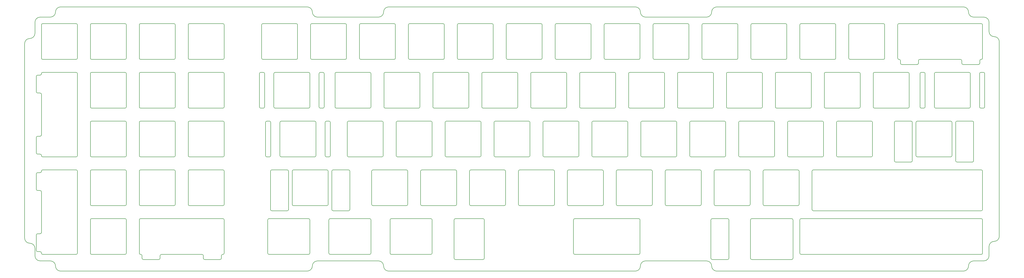
<source format=gm1>
G04 #@! TF.GenerationSoftware,KiCad,Pcbnew,(5.1.4)-1*
G04 #@! TF.CreationDate,2020-10-24T23:40:05-04:00*
G04 #@! TF.ProjectId,daughterboard plate,64617567-6874-4657-9262-6f6172642070,rev?*
G04 #@! TF.SameCoordinates,Original*
G04 #@! TF.FileFunction,Profile,NP*
%FSLAX46Y46*%
G04 Gerber Fmt 4.6, Leading zero omitted, Abs format (unit mm)*
G04 Created by KiCad (PCBNEW (5.1.4)-1) date 2020-10-24 23:40:05*
%MOMM*%
%LPD*%
G04 APERTURE LIST*
%ADD10C,0.200000*%
G04 APERTURE END LIST*
D10*
X118531251Y-96693750D02*
X131531251Y-96693750D01*
X232831252Y-96693749D02*
G75*
G02X232331251Y-96193750I-1J500000D01*
G01*
X49637501Y-82693749D02*
X48637501Y-82693750D01*
X71337501Y-83193750D02*
G75*
G02X71837501Y-82693750I500000J0D01*
G01*
X170131251Y-96193750D02*
X170131251Y-83193750D01*
X169631251Y-82693750D02*
X156631251Y-82693750D01*
X99481251Y-96693750D02*
G75*
G02X98981251Y-96193750I0J500000D01*
G01*
X48637501Y-96693750D02*
X49637501Y-96693750D01*
X246331251Y-96193750D02*
X246331251Y-83193750D01*
X72837501Y-82693750D02*
G75*
G02X73337501Y-83193750I0J-500000D01*
G01*
X99481251Y-96693750D02*
X112481251Y-96693750D01*
X98981251Y-83193750D02*
G75*
G02X99481251Y-82693750I500000J0D01*
G01*
X284431250Y-96193750D02*
X284431250Y-83193750D01*
X72837501Y-82693750D02*
X71837501Y-82693750D01*
X118531251Y-96693750D02*
G75*
G02X118031251Y-96193750I0J500000D01*
G01*
X118031251Y-83193750D02*
X118031251Y-96193750D01*
X150581251Y-82693749D02*
X137581251Y-82693750D01*
X156131251Y-83193750D02*
X156131251Y-96193750D01*
X49637500Y-82693749D02*
G75*
G02X50137501Y-83193750I0J-500001D01*
G01*
X48137500Y-83193749D02*
G75*
G02X48637501Y-82693750I500000J-1D01*
G01*
X283931251Y-82693750D02*
X270931251Y-82693750D01*
X131531251Y-82693749D02*
X118531251Y-82693750D01*
X98981251Y-83193750D02*
X98981251Y-96193750D01*
X71837502Y-96693749D02*
G75*
G02X71337501Y-96193750I-1J500000D01*
G01*
X169631252Y-82693749D02*
G75*
G02X170131251Y-83193750I-1J-500000D01*
G01*
X245831251Y-82693749D02*
X232831251Y-82693750D01*
X170131252Y-96193749D02*
G75*
G02X169631251Y-96693750I-500001J0D01*
G01*
X112981252Y-96193749D02*
G75*
G02X112481251Y-96693750I-500001J0D01*
G01*
X50137501Y-96193750D02*
X50137501Y-83193750D01*
X156631251Y-96693750D02*
X169631251Y-96693750D01*
X156131251Y-83193750D02*
G75*
G02X156631251Y-82693750I500000J0D01*
G01*
X270431251Y-83193750D02*
G75*
G02X270931251Y-82693750I500000J0D01*
G01*
X112481251Y-82693750D02*
X99481251Y-82693750D01*
X73337501Y-96193750D02*
X73337501Y-83193750D01*
X132031251Y-96193748D02*
G75*
G02X131531251Y-96693750I-500001J-1D01*
G01*
X232831251Y-96693750D02*
X245831251Y-96693750D01*
X245831252Y-82693749D02*
G75*
G02X246331251Y-83193750I-1J-500000D01*
G01*
X246331251Y-96193748D02*
G75*
G02X245831251Y-96693750I-500001J-1D01*
G01*
X232331251Y-83193750D02*
G75*
G02X232831251Y-82693750I500000J0D01*
G01*
X283931250Y-82693750D02*
G75*
G02X284431250Y-83193750I0J-500000D01*
G01*
X270931251Y-96693750D02*
X283931251Y-96693750D01*
X270431251Y-83193750D02*
X270431251Y-96193750D01*
X232331251Y-83193750D02*
X232331251Y-96193750D01*
X156631250Y-96693749D02*
G75*
G02X156131251Y-96193750I0J499999D01*
G01*
X112481251Y-82693750D02*
G75*
G02X112981251Y-83193750I0J-500000D01*
G01*
X284431251Y-96193750D02*
G75*
G02X283931251Y-96693750I-500000J0D01*
G01*
X112981251Y-96193750D02*
X112981251Y-83193750D01*
X50137501Y-96193750D02*
G75*
G02X49637501Y-96693750I-500000J0D01*
G01*
X48637502Y-96693750D02*
G75*
G02X48137500Y-96193750I-1J500001D01*
G01*
X48137500Y-83193750D02*
X48137500Y-96193750D01*
X73337501Y-96193750D02*
G75*
G02X72837501Y-96693750I-500000J0D01*
G01*
X71837501Y-96693750D02*
X72837501Y-96693750D01*
X71337501Y-83193750D02*
X71337501Y-96193750D01*
X131531252Y-82693749D02*
G75*
G02X132031251Y-83193750I-1J-500000D01*
G01*
X132031251Y-96193750D02*
X132031251Y-83193750D01*
X118031251Y-83193750D02*
G75*
G02X118531251Y-82693750I500000J0D01*
G01*
X270931251Y-96693750D02*
G75*
G02X270431251Y-96193750I0J500000D01*
G01*
X32018751Y-115243750D02*
X32018751Y-102243750D01*
X141556251Y-115243748D02*
G75*
G02X141056251Y-115743750I-500001J-1D01*
G01*
X160606251Y-115243750D02*
X160606251Y-102243750D01*
X147106251Y-115743750D02*
X160106251Y-115743750D01*
X227281251Y-96193748D02*
G75*
G02X226781251Y-96693750I-500001J-1D01*
G01*
X213281251Y-83193750D02*
G75*
G02X213781251Y-82693750I500000J0D01*
G01*
X213781251Y-96693750D02*
X226781251Y-96693750D01*
X213781251Y-96693750D02*
G75*
G02X213281251Y-96193750I0J500000D01*
G01*
X251381251Y-83193750D02*
X251381251Y-96193750D01*
X189181252Y-96193749D02*
G75*
G02X188681251Y-96693750I-500001J0D01*
G01*
X207731252Y-82693749D02*
G75*
G02X208231251Y-83193750I-1J-500000D01*
G01*
X226781251Y-82693750D02*
X213781251Y-82693750D01*
X175681251Y-96693750D02*
X188681251Y-96693750D01*
X226781252Y-82693749D02*
G75*
G02X227281251Y-83193750I-1J-500000D01*
G01*
X175181251Y-83193750D02*
X175181251Y-96193750D01*
X188681251Y-82693749D02*
X175681251Y-82693750D01*
X207731251Y-82693750D02*
X194731251Y-82693750D01*
X122506251Y-115243750D02*
X122506251Y-102243750D01*
X147106250Y-115743749D02*
G75*
G02X146606251Y-115243750I0J499999D01*
G01*
X146606251Y-102243750D02*
X146606251Y-115243750D01*
X227281251Y-96193750D02*
X227281251Y-83193750D01*
X175181251Y-83193750D02*
G75*
G02X175681251Y-82693750I500000J0D01*
G01*
X18518751Y-115743750D02*
G75*
G02X18018751Y-115243750I0J500000D01*
G01*
X18018751Y-102243750D02*
X18018751Y-115243750D01*
X18018751Y-102243748D02*
G75*
G02X18518751Y-101743750I499999J-1D01*
G01*
X160106251Y-101743750D02*
X147106251Y-101743750D01*
X141056251Y-101743750D02*
X128056251Y-101743750D01*
X194231251Y-83193750D02*
X194231251Y-96193750D01*
X251381251Y-83193750D02*
G75*
G02X251881251Y-82693750I500000J0D01*
G01*
X141556251Y-115243750D02*
X141556251Y-102243750D01*
X264881252Y-82693749D02*
G75*
G02X265381251Y-83193750I-1J-500000D01*
G01*
X265381251Y-96193750D02*
X265381251Y-83193750D01*
X18518751Y-115743750D02*
X31518751Y-115743750D01*
X31518751Y-101743750D02*
X18518751Y-101743750D01*
X31518751Y-101743750D02*
G75*
G02X32018751Y-102243750I0J-500000D01*
G01*
X122006251Y-101743750D02*
X109006251Y-101743750D01*
X127556251Y-102243750D02*
X127556251Y-115243750D01*
X109006251Y-115743750D02*
X122006251Y-115743750D01*
X213281251Y-83193750D02*
X213281251Y-96193750D01*
X265381251Y-96193748D02*
G75*
G02X264881251Y-96693750I-500001J-1D01*
G01*
X251881251Y-96693750D02*
G75*
G02X251381251Y-96193750I0J500000D01*
G01*
X189181251Y-96193750D02*
X189181251Y-83193750D01*
X194731251Y-96693750D02*
X207731251Y-96693750D01*
X194731251Y-96693750D02*
G75*
G02X194231251Y-96193750I0J500000D01*
G01*
X264881251Y-82693749D02*
X251881251Y-82693750D01*
X194231251Y-83193750D02*
G75*
G02X194731251Y-82693750I500000J0D01*
G01*
X175681250Y-96693749D02*
G75*
G02X175181251Y-96193750I0J499999D01*
G01*
X160106252Y-101743749D02*
G75*
G02X160606251Y-102243750I-1J-500000D01*
G01*
X122506251Y-115243748D02*
G75*
G02X122006251Y-115743750I-500001J-1D01*
G01*
X160606251Y-115243748D02*
G75*
G02X160106251Y-115743750I-500001J-1D01*
G01*
X109006251Y-115743750D02*
G75*
G02X108506251Y-115243750I0J500000D01*
G01*
X128056251Y-115743750D02*
X141056251Y-115743750D01*
X188681252Y-82693749D02*
G75*
G02X189181251Y-83193750I-1J-500000D01*
G01*
X208231251Y-96193750D02*
X208231251Y-83193750D01*
X141056252Y-101743749D02*
G75*
G02X141556251Y-102243750I-1J-500000D01*
G01*
X208231251Y-96193748D02*
G75*
G02X207731251Y-96693750I-500001J-1D01*
G01*
X122006252Y-101743749D02*
G75*
G02X122506251Y-102243750I-1J-500000D01*
G01*
X108506252Y-102243749D02*
G75*
G02X109006251Y-101743750I499999J0D01*
G01*
X251881251Y-96693750D02*
X264881251Y-96693750D01*
X32018751Y-115243750D02*
G75*
G02X31518751Y-115743750I-500000J0D01*
G01*
X108506251Y-102243750D02*
X108506251Y-115243750D01*
X127556251Y-102243750D02*
G75*
G02X128056251Y-101743750I500000J0D01*
G01*
X128056250Y-115743749D02*
G75*
G02X127556251Y-115243750I0J499999D01*
G01*
X146606251Y-102243750D02*
G75*
G02X147106251Y-101743750I500000J0D01*
G01*
X179156251Y-101743750D02*
X166156251Y-101743750D01*
X327293750Y-134293750D02*
X327293750Y-121293750D01*
X-39631249Y-109830750D02*
G75*
G02X-39131249Y-110330750I0J-500000D01*
G01*
X7055751Y-136293750D02*
X7055751Y-135293750D01*
X-6581249Y-120793750D02*
G75*
G02X-6081249Y-121293750I0J-500000D01*
G01*
X-25131249Y-134293750D02*
X-25131249Y-102243750D01*
X256143751Y-121293750D02*
G75*
G02X256643751Y-120793750I500000J0D01*
G01*
X326793751Y-120793750D02*
X256643751Y-120793750D01*
X-40631249Y-133706750D02*
X-39631250Y-133706749D01*
X-39131249Y-110330750D02*
X-39131250Y-126206749D01*
X-19581249Y-120793750D02*
X-6581249Y-120793750D01*
X7055751Y-136293750D02*
G75*
G02X6555751Y-136793750I-500000J0D01*
G01*
X-40631249Y-133706750D02*
G75*
G02X-41131250Y-133206749I0J500001D01*
G01*
X-38631249Y-134793750D02*
X-25631250Y-134793750D01*
X-41131250Y-127206750D02*
G75*
G02X-40631249Y-126706749I500001J0D01*
G01*
X-20081250Y-121293749D02*
G75*
G02X-19581249Y-120793750I500000J-1D01*
G01*
X-39131250Y-126206749D02*
G75*
G02X-39631250Y-126706749I-500000J0D01*
G01*
X7555751Y-134793750D02*
X23431751Y-134793750D01*
X23931751Y-135293750D02*
X23931751Y-136293750D01*
X24431751Y-136793750D02*
G75*
G02X23931751Y-136293750I0J500000D01*
G01*
X-6581249Y-134793750D02*
X-19581249Y-134793750D01*
X555751Y-136793750D02*
G75*
G02X55751Y-136293750I0J500000D01*
G01*
X-25131250Y-134293750D02*
G75*
G02X-25631250Y-134793750I-500000J0D01*
G01*
X-38631250Y-134793749D02*
G75*
G02X-39131249Y-134293750I0J499999D01*
G01*
X-39631250Y-126706749D02*
X-40631249Y-126706749D01*
X-20081249Y-134293750D02*
X-20081250Y-121293750D01*
X-19581249Y-134793750D02*
G75*
G02X-20081249Y-134293750I0J500000D01*
G01*
X23431750Y-134793749D02*
G75*
G02X23931751Y-135293750I0J-500001D01*
G01*
X30931751Y-136293750D02*
G75*
G02X30431751Y-136793750I-500000J0D01*
G01*
X24431751Y-136793750D02*
X30431751Y-136793750D01*
X-41131250Y-103330749D02*
G75*
G02X-40631249Y-102830750I500000J-1D01*
G01*
X-6081250Y-134293749D02*
G75*
G02X-6581249Y-134793750I-500000J-1D01*
G01*
X555751Y-136793750D02*
X6555751Y-136793750D01*
X-531249Y-134793750D02*
G75*
G02X-1031249Y-134293750I0J500000D01*
G01*
X-39131249Y-102330751D02*
G75*
G02X-39631250Y-102830750I-500000J1D01*
G01*
X-531249Y-134793750D02*
X-444249Y-134793750D01*
X165656251Y-102243750D02*
G75*
G02X166156251Y-101743750I500000J0D01*
G01*
X326793750Y-120793750D02*
G75*
G02X327293750Y-121293750I0J-500000D01*
G01*
X-39131250Y-102243749D02*
G75*
G02X-38631249Y-101743750I500000J-1D01*
G01*
X-25631250Y-101743750D02*
X-38631249Y-101743750D01*
X-25631249Y-101743750D02*
G75*
G02X-25131249Y-102243750I0J-500000D01*
G01*
X-39631249Y-133706749D02*
G75*
G02X-39131249Y-134206749I0J-500000D01*
G01*
X-40631250Y-109830749D02*
G75*
G02X-41131249Y-109330750I0J499999D01*
G01*
X-41131249Y-103330750D02*
X-41131249Y-109330750D01*
X-39631250Y-102830750D02*
X-40631249Y-102830750D01*
X55751Y-135293750D02*
X55751Y-136293750D01*
X256143751Y-121293750D02*
X256143751Y-134293750D01*
X256643751Y-134793750D02*
X326793751Y-134793750D01*
X165656251Y-102243750D02*
X165656251Y-115243750D01*
X327293750Y-134293749D02*
G75*
G02X326793751Y-134793750I-500000J-1D01*
G01*
X-39131249Y-102243750D02*
X-39131249Y-102330750D01*
X-41131250Y-127206750D02*
X-41131250Y-133206749D01*
X30931751Y-136293750D02*
X30931751Y-135293750D01*
X-6081249Y-121293750D02*
X-6081249Y-134293750D01*
X179156252Y-101743749D02*
G75*
G02X179656251Y-102243750I-1J-500000D01*
G01*
X179656251Y-115243750D02*
X179656251Y-102243750D01*
X7055751Y-135293750D02*
G75*
G02X7555751Y-134793750I500000J0D01*
G01*
X179656251Y-115243748D02*
G75*
G02X179156251Y-115743750I-500001J-1D01*
G01*
X166156251Y-115743750D02*
X179156251Y-115743750D01*
X-444249Y-134793750D02*
G75*
G02X55751Y-135293750I0J-500000D01*
G01*
X-40631249Y-109830750D02*
X-39631250Y-109830750D01*
X166156250Y-115743749D02*
G75*
G02X165656251Y-115243750I0J499999D01*
G01*
X256643751Y-134793750D02*
G75*
G02X256143751Y-134293750I0J500000D01*
G01*
X-39131249Y-134206749D02*
X-39131249Y-134293750D01*
X-20081249Y-45093750D02*
X-20081249Y-58093749D01*
X-1031249Y-45093750D02*
G75*
G02X-531249Y-44593750I500000J0D01*
G01*
X-20081248Y-45093749D02*
G75*
G02X-19581249Y-44593750I499999J0D01*
G01*
X-531249Y-115743750D02*
X12468751Y-115743750D01*
X-1031249Y-64143750D02*
G75*
G02X-531249Y-63643750I500000J0D01*
G01*
X12468751Y-101743750D02*
G75*
G02X12968751Y-102243750I0J-500000D01*
G01*
X-25131250Y-96193750D02*
X-25131249Y-64143750D01*
X-38631250Y-96693749D02*
G75*
G02X-39131249Y-96193750I0J499999D01*
G01*
X-6081249Y-58093749D02*
X-6081249Y-45093750D01*
X12468751Y-82693750D02*
G75*
G02X12968751Y-83193750I0J-500000D01*
G01*
X-40631249Y-95606750D02*
X-39631250Y-95606749D01*
X12468751Y-82693750D02*
X-531249Y-82693750D01*
X-1031249Y-102243750D02*
G75*
G02X-531249Y-101743750I500000J0D01*
G01*
X12468751Y-101743750D02*
X-531249Y-101743750D01*
X-38631249Y-96693750D02*
X-25631250Y-96693750D01*
X-6581249Y-63643750D02*
G75*
G02X-6081249Y-64143750I0J-500000D01*
G01*
X-6081249Y-77143750D02*
X-6081249Y-64143750D01*
X12968751Y-96193750D02*
G75*
G02X12468751Y-96693750I-500000J0D01*
G01*
X-6081249Y-77143750D02*
G75*
G02X-6581249Y-77643750I-500000J0D01*
G01*
X-1031249Y-45093750D02*
X-1031249Y-58093749D01*
X-531249Y-77643750D02*
X12468751Y-77643750D01*
X12968751Y-115243750D02*
G75*
G02X12468751Y-115743750I-500000J0D01*
G01*
X12968751Y-96193750D02*
X12968751Y-83193750D01*
X-1031249Y-83193750D02*
G75*
G02X-531249Y-82693750I500000J0D01*
G01*
X-39131249Y-96106750D02*
X-39131249Y-96193750D01*
X-1031249Y-102243750D02*
X-1031249Y-115243750D01*
X-39131249Y-64143750D02*
X-39131249Y-64230750D01*
X-19581249Y-77643750D02*
X-6581249Y-77643750D01*
X-19581249Y-58593750D02*
X-6581249Y-58593750D01*
X-531249Y-58593749D02*
X12468751Y-58593750D01*
X12968751Y-77143750D02*
X12968751Y-64143750D01*
X-25631250Y-63643749D02*
X-38631249Y-63643750D01*
X-1031249Y-64143750D02*
X-1031249Y-77143750D01*
X-531249Y-96693750D02*
X12468751Y-96693750D01*
X12968751Y-115243750D02*
X12968751Y-102243750D01*
X-531249Y-96693750D02*
G75*
G02X-1031249Y-96193750I0J500000D01*
G01*
X-19581250Y-58593750D02*
G75*
G02X-20081249Y-58093749I1J500000D01*
G01*
X-6081248Y-58093749D02*
G75*
G02X-6581249Y-58593750I-500001J0D01*
G01*
X-531249Y-115743750D02*
G75*
G02X-1031249Y-115243750I0J500000D01*
G01*
X12468752Y-44593749D02*
G75*
G02X12968751Y-45093750I-1J-500000D01*
G01*
X-531249Y-77643750D02*
G75*
G02X-1031249Y-77143750I0J500000D01*
G01*
X12468751Y-63643750D02*
X-531249Y-63643750D01*
X-40631249Y-95606751D02*
G75*
G02X-41131250Y-95106750I0J500001D01*
G01*
X-6581248Y-44593749D02*
G75*
G02X-6081249Y-45093750I-1J-500000D01*
G01*
X-1031249Y-83193750D02*
X-1031249Y-96193750D01*
X12468751Y-44593750D02*
X-531249Y-44593750D01*
X-39631250Y-95606749D02*
G75*
G02X-39131249Y-96106750I0J-500001D01*
G01*
X-531249Y-58593749D02*
G75*
G02X-1031249Y-58093749I0J500000D01*
G01*
X12968751Y-58093750D02*
G75*
G02X12468751Y-58593750I-500000J0D01*
G01*
X-39131250Y-64143749D02*
G75*
G02X-38631249Y-63643750I500000J-1D01*
G01*
X-25131249Y-96193751D02*
G75*
G02X-25631250Y-96693750I-500000J1D01*
G01*
X-6581249Y-44593750D02*
X-19581249Y-44593750D01*
X-25631250Y-63643749D02*
G75*
G02X-25131249Y-64143750I0J-500001D01*
G01*
X12968751Y-77143750D02*
G75*
G02X12468751Y-77643750I-500000J0D01*
G01*
X-41131250Y-89106750D02*
X-41131250Y-95106750D01*
X12968751Y-58093749D02*
X12968751Y-45093750D01*
X12468751Y-63643750D02*
G75*
G02X12968751Y-64143750I0J-500000D01*
G01*
X326206751Y-60093750D02*
G75*
G02X325706751Y-60593750I-500000J0D01*
G01*
X319706752Y-60593749D02*
G75*
G02X319206751Y-60093750I-1J500000D01*
G01*
X288693750Y-44593749D02*
G75*
G02X289193751Y-45093750I0J-500001D01*
G01*
X319206751Y-59093750D02*
X319206751Y-60093750D01*
X237593749Y-58593749D02*
G75*
G02X237093751Y-58093749I1J499999D01*
G01*
X302330750Y-59093749D02*
G75*
G02X302830750Y-58593749I500000J0D01*
G01*
X302330750Y-60093750D02*
X302330750Y-59093750D01*
X294830752Y-58593750D02*
G75*
G02X295330750Y-59093750I-1J-499999D01*
G01*
X294243751Y-45093750D02*
X294243751Y-58093749D01*
X326793750Y-44593750D02*
G75*
G02X327293750Y-45093750I0J-500000D01*
G01*
X275193751Y-45093750D02*
G75*
G02X275693751Y-44593750I500000J0D01*
G01*
X237093751Y-45093750D02*
X237093751Y-58093749D01*
X275693749Y-58593749D02*
G75*
G02X275193751Y-58093749I1J499999D01*
G01*
X275193751Y-45093750D02*
X275193751Y-58093749D01*
X294743751Y-58593749D02*
G75*
G02X294243751Y-58093749I0J500000D01*
G01*
X237093751Y-45093750D02*
G75*
G02X237593751Y-44593750I500000J0D01*
G01*
X302830750Y-58593749D02*
X318706751Y-58593750D01*
X275693751Y-58593750D02*
X288693751Y-58593750D01*
X218543751Y-58593750D02*
X231543751Y-58593750D01*
X232043751Y-58093748D02*
G75*
G02X231543751Y-58593750I-500001J-1D01*
G01*
X270143751Y-58093749D02*
X270143751Y-45093750D01*
X218043751Y-45093750D02*
X218043751Y-58093749D01*
X302330751Y-60093750D02*
G75*
G02X301830751Y-60593750I-500000J0D01*
G01*
X294243752Y-45093749D02*
G75*
G02X294743751Y-44593750I499999J0D01*
G01*
X269643751Y-44593749D02*
X256643751Y-44593750D01*
X269643752Y-44593749D02*
G75*
G02X270143751Y-45093750I-1J-500000D01*
G01*
X250593752Y-44593749D02*
G75*
G02X251093751Y-45093750I-1J-500000D01*
G01*
X218543749Y-58593749D02*
G75*
G02X218043751Y-58093749I1J499999D01*
G01*
X218043751Y-45093750D02*
G75*
G02X218543751Y-44593750I500000J0D01*
G01*
X251093751Y-58093749D02*
X251093751Y-45093750D01*
X326706751Y-58593749D02*
X326793751Y-58593750D01*
X326206751Y-59093749D02*
G75*
G02X326706751Y-58593749I500000J0D01*
G01*
X256643749Y-58593749D02*
G75*
G02X256143751Y-58093749I1J499999D01*
G01*
X251093751Y-58093748D02*
G75*
G02X250593751Y-58593750I-500001J-1D01*
G01*
X256143751Y-45093750D02*
G75*
G02X256643751Y-44593750I500000J0D01*
G01*
X295830752Y-60593749D02*
G75*
G02X295330751Y-60093750I-1J500000D01*
G01*
X-41131249Y-89106751D02*
G75*
G02X-40631250Y-88606750I500000J1D01*
G01*
X-41131249Y-65230750D02*
X-41131250Y-71230750D01*
X319706751Y-60593749D02*
X325706751Y-60593750D01*
X-41131249Y-65230750D02*
G75*
G02X-40631249Y-64730750I500000J0D01*
G01*
X-39631249Y-88606750D02*
X-40631250Y-88606750D01*
X318706752Y-58593749D02*
G75*
G02X319206751Y-59093750I-1J-500000D01*
G01*
X288693751Y-44593750D02*
X275693751Y-44593750D01*
X270143751Y-58093748D02*
G75*
G02X269643751Y-58593750I-500001J-1D01*
G01*
X256643751Y-58593750D02*
X269643751Y-58593750D01*
X256143751Y-45093750D02*
X256143751Y-58093749D01*
X-39131250Y-88106749D02*
G75*
G02X-39631249Y-88606750I-500000J-1D01*
G01*
X327293750Y-58093749D02*
X327293750Y-45093750D01*
X-39131249Y-72230750D02*
X-39131250Y-88106750D01*
X-39631250Y-64730750D02*
X-40631249Y-64730750D01*
X326793751Y-44593750D02*
X294743751Y-44593750D01*
X289193751Y-58093750D02*
G75*
G02X288693751Y-58593750I-500000J0D01*
G01*
X250593751Y-44593750D02*
X237593751Y-44593750D01*
X237593751Y-58593750D02*
X250593751Y-58593750D01*
X-39631249Y-71730750D02*
G75*
G02X-39131249Y-72230750I0J-500000D01*
G01*
X295830750Y-60593749D02*
X301830751Y-60593750D01*
X294743751Y-58593749D02*
X294830751Y-58593750D01*
X-40631249Y-71730750D02*
X-39631250Y-71730750D01*
X295330750Y-59093750D02*
X295330751Y-60093750D01*
X327293750Y-58093749D02*
G75*
G02X326793751Y-58593750I-500000J-1D01*
G01*
X289193751Y-58093749D02*
X289193751Y-45093750D01*
X-40631250Y-71730750D02*
G75*
G02X-41131250Y-71230750I0J500000D01*
G01*
X-39131248Y-64230750D02*
G75*
G02X-39631250Y-64730750I-500001J1D01*
G01*
X326206751Y-60093750D02*
X326206751Y-59093750D01*
X253475001Y-121293750D02*
X253475001Y-136293750D01*
X237451885Y-120793754D02*
X252975001Y-120793750D01*
X-20081249Y-83193750D02*
X-20081249Y-96193750D01*
X-19581249Y-96693750D02*
X-6581249Y-96693750D01*
X-19581249Y-115743750D02*
X-6581249Y-115743750D01*
X-6581249Y-101743750D02*
G75*
G02X-6081249Y-102243750I0J-500000D01*
G01*
X-20081249Y-102243748D02*
G75*
G02X-19581249Y-101743750I499999J-1D01*
G01*
X-6081249Y-115243750D02*
X-6081249Y-102243750D01*
X-6581249Y-82693750D02*
X-19581249Y-82693750D01*
X-19581249Y-115743750D02*
G75*
G02X-20081249Y-115243750I0J500000D01*
G01*
X236951889Y-121293750D02*
G75*
G02X237451885Y-120793754I499996J0D01*
G01*
X-6081249Y-96193750D02*
X-6081249Y-83193750D01*
X-19581249Y-77643750D02*
G75*
G02X-20081249Y-77143750I0J500000D01*
G01*
X-6581249Y-63643750D02*
X-19581249Y-63643750D01*
X-20081249Y-64143750D02*
G75*
G02X-19581249Y-63643750I500000J0D01*
G01*
X253475001Y-136293750D02*
G75*
G02X252975001Y-136793750I-500000J0D01*
G01*
X-6081249Y-96193750D02*
G75*
G02X-6581249Y-96693750I-500000J0D01*
G01*
X-6081249Y-115243750D02*
G75*
G02X-6581249Y-115743750I-500000J0D01*
G01*
X-6581249Y-82693750D02*
G75*
G02X-6081249Y-83193750I0J-500000D01*
G01*
X-20081249Y-64143750D02*
X-20081249Y-77143750D01*
X-20081249Y-102243750D02*
X-20081249Y-115243750D01*
X236951885Y-136293750D02*
X236951885Y-121293750D01*
X237451885Y-136793750D02*
G75*
G02X236951885Y-136293750I0J500000D01*
G01*
X252975001Y-120793749D02*
G75*
G02X253475001Y-121293749I0J-500000D01*
G01*
X-6581249Y-101743750D02*
X-19581249Y-101743750D01*
X-20081249Y-83193750D02*
G75*
G02X-19581249Y-82693750I500000J0D01*
G01*
X-19581249Y-96693750D02*
G75*
G02X-20081249Y-96193750I0J500000D01*
G01*
X252975001Y-136793750D02*
X237451885Y-136793750D01*
X60093751Y-44593749D02*
X47093751Y-44593750D01*
X-25131249Y-58093749D02*
G75*
G02X-25631250Y-58593750I-500001J0D01*
G01*
X80438001Y-101743744D02*
X74438001Y-101743744D01*
X72500002Y-115243749D02*
G75*
G02X72000001Y-115743750I-500001J0D01*
G01*
X102956251Y-101743750D02*
X89956251Y-101743750D01*
X18018751Y-45093750D02*
X18018751Y-58093749D01*
X-38631249Y-58593749D02*
G75*
G02X-39131249Y-58093749I0J500000D01*
G01*
X-25631250Y-44593749D02*
G75*
G02X-25131249Y-45093750I0J-500001D01*
G01*
X73938001Y-102243744D02*
G75*
G02X74438001Y-101743744I500000J0D01*
G01*
X102956251Y-101743750D02*
G75*
G02X103456251Y-102243750I0J-500000D01*
G01*
X59000001Y-115743750D02*
X72000001Y-115743750D01*
X-25131249Y-58093749D02*
X-25131249Y-45093750D01*
X74438001Y-117743750D02*
X80438001Y-117743750D01*
X73938001Y-102243744D02*
X73938001Y-117243750D01*
X103456251Y-115243750D02*
X103456251Y-102243750D01*
X72000001Y-101743750D02*
G75*
G02X72500001Y-102243750I0J-500000D01*
G01*
X58500001Y-102243748D02*
G75*
G02X59000001Y-101743750I499999J-1D01*
G01*
X89456251Y-102243750D02*
X89456251Y-115243750D01*
X-38631249Y-58593750D02*
X-25631250Y-58593750D01*
X56562001Y-101743744D02*
G75*
G02X57062001Y-102243744I0J-500000D01*
G01*
X-39131249Y-45093750D02*
X-39131249Y-58093749D01*
X74438001Y-117743750D02*
G75*
G02X73938001Y-117243750I0J500000D01*
G01*
X50062000Y-102243744D02*
G75*
G02X50562000Y-101743744I500000J0D01*
G01*
X56562001Y-101743744D02*
X50562000Y-101743744D01*
X72000001Y-101743750D02*
X59000001Y-101743750D01*
X89956251Y-115743750D02*
X102956251Y-115743750D01*
X89956251Y-115743750D02*
G75*
G02X89456251Y-115243750I0J500000D01*
G01*
X46593751Y-45093748D02*
G75*
G02X47093751Y-44593750I499999J-1D01*
G01*
X18518750Y-58593750D02*
G75*
G02X18018751Y-58093749I1J500000D01*
G01*
X50562001Y-117743750D02*
X56562001Y-117743750D01*
X57062001Y-117243750D02*
X57062001Y-102243744D01*
X50062001Y-102243744D02*
X50062001Y-117243750D01*
X60593751Y-58093749D02*
X60593751Y-45093750D01*
X18518751Y-58593749D02*
X31518751Y-58593750D01*
X31518751Y-44593750D02*
X18518751Y-44593750D01*
X31518751Y-44593750D02*
G75*
G02X32018751Y-45093750I0J-500000D01*
G01*
X32018751Y-58093749D02*
X32018751Y-45093750D01*
X-25631250Y-44593749D02*
X-38631249Y-44593750D01*
X80938001Y-117243750D02*
X80938001Y-102243744D01*
X57062001Y-117243750D02*
G75*
G02X56562001Y-117743750I-500000J0D01*
G01*
X50562001Y-117743750D02*
G75*
G02X50062001Y-117243750I0J500000D01*
G01*
X79143751Y-44593750D02*
X66143751Y-44593750D01*
X79143751Y-44593750D02*
G75*
G02X79643751Y-45093750I0J-500000D01*
G01*
X60093751Y-44593750D02*
G75*
G02X60593751Y-45093750I0J-500000D01*
G01*
X18018752Y-45093749D02*
G75*
G02X18518751Y-44593750I499999J0D01*
G01*
X80938001Y-117243750D02*
G75*
G02X80438001Y-117743750I-500000J0D01*
G01*
X103456251Y-115243750D02*
G75*
G02X102956251Y-115743750I-500000J0D01*
G01*
X79643751Y-58093749D02*
X79643751Y-45093750D01*
X89456252Y-102243749D02*
G75*
G02X89956251Y-101743750I499999J0D01*
G01*
X60593751Y-58093750D02*
G75*
G02X60093751Y-58593750I-500000J0D01*
G01*
X72500001Y-115243750D02*
X72500001Y-102243750D01*
X47093751Y-58593750D02*
X60093751Y-58593750D01*
X47093751Y-58593749D02*
G75*
G02X46593751Y-58093749I0J500000D01*
G01*
X46593751Y-45093750D02*
X46593751Y-58093749D01*
X80438001Y-101743744D02*
G75*
G02X80938001Y-102243744I0J-500000D01*
G01*
X32018752Y-58093749D02*
G75*
G02X31518751Y-58593750I-500001J0D01*
G01*
X-39131249Y-45093750D02*
G75*
G02X-38631249Y-44593750I500000J0D01*
G01*
X217256252Y-101743749D02*
G75*
G02X217756251Y-102243750I-1J-500000D01*
G01*
X223306250Y-115743750D02*
G75*
G02X222806250Y-115243750I0J500000D01*
G01*
X73287502Y-134793749D02*
G75*
G02X72787501Y-134293750I-1J500000D01*
G01*
X203756251Y-102243750D02*
G75*
G02X204256251Y-101743750I500000J0D01*
G01*
X217256251Y-101743750D02*
X204256251Y-101743750D01*
X236806251Y-115243750D02*
X236806251Y-102243750D01*
X59000001Y-115743750D02*
G75*
G02X58500001Y-115243750I0J500000D01*
G01*
X72787501Y-121293750D02*
X72787501Y-134293750D01*
X236806251Y-115243748D02*
G75*
G02X236306251Y-115743750I-500001J-1D01*
G01*
X64856251Y-120793750D02*
X49475001Y-120793750D01*
X184706251Y-102243750D02*
G75*
G02X185206251Y-101743750I500000J0D01*
G01*
X204256251Y-115743750D02*
X217256251Y-115743750D01*
X58500001Y-102243750D02*
X58500001Y-115243750D01*
X193943751Y-134293750D02*
G75*
G02X193443751Y-134793750I-500000J0D01*
G01*
X96600001Y-121293750D02*
X96600001Y-134293750D01*
X72787501Y-121293748D02*
G75*
G02X73287501Y-120793750I499999J-1D01*
G01*
X112481251Y-120793750D02*
G75*
G02X112981251Y-121293750I0J-500000D01*
G01*
X204256251Y-115743750D02*
G75*
G02X203756251Y-115243750I0J500000D01*
G01*
X198206252Y-101743749D02*
G75*
G02X198706251Y-102243750I-1J-500000D01*
G01*
X198206251Y-101743750D02*
X185206251Y-101743750D01*
X223306250Y-115743750D02*
X236306251Y-115743750D01*
X255856252Y-115243749D02*
G75*
G02X255356251Y-115743750I-500001J0D01*
G01*
X242356251Y-115743750D02*
X255356251Y-115743750D01*
X241856251Y-102243750D02*
G75*
G02X242356251Y-101743750I500000J0D01*
G01*
X198706251Y-115243748D02*
G75*
G02X198206251Y-115743750I-500001J-1D01*
G01*
X97100001Y-134793750D02*
X112481251Y-134793750D01*
X112481251Y-120793750D02*
X97100001Y-120793750D01*
X242356251Y-115743750D02*
G75*
G02X241856251Y-115243750I0J500000D01*
G01*
X241856251Y-102243750D02*
X241856251Y-115243750D01*
X217756252Y-115243749D02*
G75*
G02X217256251Y-115743750I-500001J0D01*
G01*
X255356251Y-101743750D02*
X242356251Y-101743750D01*
X185206250Y-115743749D02*
G75*
G02X184706251Y-115243750I0J499999D01*
G01*
X236306251Y-101743750D02*
G75*
G02X236806251Y-102243750I0J-500000D01*
G01*
X255356252Y-101743749D02*
G75*
G02X255856251Y-102243750I-1J-500000D01*
G01*
X89168750Y-134293750D02*
G75*
G02X88668750Y-134793750I-500000J0D01*
G01*
X255856251Y-115243750D02*
X255856251Y-102243750D01*
X198706251Y-115243750D02*
X198706251Y-102243750D01*
X112981251Y-134293750D02*
X112981251Y-121293750D01*
X88668750Y-120793750D02*
G75*
G02X89168750Y-121293750I0J-500000D01*
G01*
X88668750Y-120793750D02*
X73287501Y-120793750D01*
X65356251Y-134293750D02*
X65356251Y-121293750D01*
X96600002Y-121293749D02*
G75*
G02X97100001Y-120793750I499999J0D01*
G01*
X184706251Y-102243750D02*
X184706251Y-115243750D01*
X193443751Y-120793750D02*
X168537501Y-120793750D01*
X48975001Y-121293750D02*
X48975001Y-134293750D01*
X222806250Y-102243750D02*
X222806250Y-115243750D01*
X193943751Y-134293750D02*
X193943751Y-121293750D01*
X185206251Y-115743750D02*
X198206251Y-115743750D01*
X168037501Y-121293750D02*
G75*
G02X168537501Y-120793750I500000J0D01*
G01*
X64856251Y-120793750D02*
G75*
G02X65356251Y-121293750I0J-500000D01*
G01*
X73287501Y-134793750D02*
X88668750Y-134793750D01*
X203756251Y-102243750D02*
X203756251Y-115243750D01*
X168537501Y-134793750D02*
X193443751Y-134793750D01*
X49475001Y-134793750D02*
G75*
G02X48975001Y-134293750I0J500000D01*
G01*
X89168750Y-134293750D02*
X89168750Y-121293750D01*
X193443752Y-120793749D02*
G75*
G02X193943751Y-121293750I-1J-500000D01*
G01*
X168537500Y-134793749D02*
G75*
G02X168037501Y-134293750I0J499999D01*
G01*
X168037501Y-121293750D02*
X168037501Y-134293750D01*
X65356251Y-134293750D02*
G75*
G02X64856251Y-134793750I-500000J0D01*
G01*
X112981252Y-134293749D02*
G75*
G02X112481251Y-134793750I-500001J0D01*
G01*
X49475001Y-134793750D02*
X64856251Y-134793750D01*
X48975001Y-121293748D02*
G75*
G02X49475001Y-120793750I499999J-1D01*
G01*
X97100001Y-134793750D02*
G75*
G02X96600001Y-134293750I0J500000D01*
G01*
X217756251Y-115243750D02*
X217756251Y-102243750D01*
X199493750Y-58593750D02*
G75*
G02X198993751Y-58093749I1J500000D01*
G01*
X193443751Y-44593750D02*
X180443751Y-44593750D01*
X98193752Y-44593749D02*
G75*
G02X98693751Y-45093750I-1J-500000D01*
G01*
X103743751Y-45093750D02*
X103743751Y-58093749D01*
X231543751Y-44593750D02*
X218543751Y-44593750D01*
X212493751Y-44593750D02*
X199493751Y-44593750D01*
X193943751Y-58093749D02*
X193943751Y-45093750D01*
X142343751Y-58593750D02*
X155343751Y-58593750D01*
X155843751Y-58093749D02*
X155843751Y-45093750D01*
X174893751Y-58093749D02*
X174893751Y-45093750D01*
X231543752Y-44593749D02*
G75*
G02X232043751Y-45093750I-1J-500000D01*
G01*
X232043751Y-58093749D02*
X232043751Y-45093750D01*
X160893751Y-45093750D02*
G75*
G02X161393751Y-44593750I500000J0D01*
G01*
X161393749Y-58593749D02*
G75*
G02X160893751Y-58093749I1J499999D01*
G01*
X212993751Y-58093749D02*
X212993751Y-45093750D01*
X174893751Y-58093748D02*
G75*
G02X174393751Y-58593750I-500001J-1D01*
G01*
X174393751Y-44593749D02*
X161393751Y-44593750D01*
X141843751Y-45093750D02*
X141843751Y-58093749D01*
X117243751Y-44593749D02*
X104243751Y-44593750D01*
X212993752Y-58093749D02*
G75*
G02X212493751Y-58593750I-500001J0D01*
G01*
X199493751Y-58593750D02*
X212493751Y-58593750D01*
X193943752Y-58093749D02*
G75*
G02X193443751Y-58593750I-500001J0D01*
G01*
X155343751Y-44593749D02*
X142343751Y-44593750D01*
X136293752Y-44593749D02*
G75*
G02X136793751Y-45093750I-1J-500000D01*
G01*
X117743751Y-58093750D02*
G75*
G02X117243751Y-58593750I-500000J0D01*
G01*
X136793751Y-58093749D02*
X136793751Y-45093750D01*
X65643751Y-45093750D02*
X65643751Y-58093749D01*
X179943751Y-45093750D02*
G75*
G02X180443751Y-44593750I500000J0D01*
G01*
X136793751Y-58093748D02*
G75*
G02X136293751Y-58593750I-500001J-1D01*
G01*
X98193751Y-44593749D02*
X85193751Y-44593750D01*
X123293749Y-58593749D02*
G75*
G02X122793751Y-58093749I1J499999D01*
G01*
X122793751Y-45093750D02*
X122793751Y-58093749D01*
X136293751Y-44593749D02*
X123293751Y-44593750D01*
X104243751Y-58593750D02*
X117243751Y-58593750D01*
X104243751Y-58593749D02*
G75*
G02X103743751Y-58093749I0J500000D01*
G01*
X84693751Y-45093750D02*
X84693751Y-58093749D01*
X66143751Y-58593750D02*
X79143751Y-58593750D01*
X117743751Y-58093749D02*
X117743751Y-45093750D01*
X198993751Y-45093750D02*
X198993751Y-58093749D01*
X198993751Y-45093750D02*
G75*
G02X199493751Y-44593750I500000J0D01*
G01*
X155343752Y-44593749D02*
G75*
G02X155843751Y-45093750I-1J-500000D01*
G01*
X212493752Y-44593749D02*
G75*
G02X212993751Y-45093750I-1J-500000D01*
G01*
X174393752Y-44593749D02*
G75*
G02X174893751Y-45093750I-1J-500000D01*
G01*
X141843751Y-45093750D02*
G75*
G02X142343751Y-44593750I500000J0D01*
G01*
X123293751Y-58593750D02*
X136293751Y-58593750D01*
X180443751Y-58593750D02*
X193443751Y-58593750D01*
X161393751Y-58593750D02*
X174393751Y-58593750D01*
X65643752Y-45093749D02*
G75*
G02X66143751Y-44593750I499999J0D01*
G01*
X180443750Y-58593750D02*
G75*
G02X179943751Y-58093749I1J500000D01*
G01*
X117243752Y-44593749D02*
G75*
G02X117743751Y-45093750I-1J-500000D01*
G01*
X98693751Y-58093750D02*
G75*
G02X98193751Y-58593750I-500000J0D01*
G01*
X98693751Y-58093749D02*
X98693751Y-45093750D01*
X193443752Y-44593749D02*
G75*
G02X193943751Y-45093750I-1J-500000D01*
G01*
X160893751Y-45093750D02*
X160893751Y-58093749D01*
X84693751Y-45093750D02*
G75*
G02X85193751Y-44593750I500000J0D01*
G01*
X142343749Y-58593749D02*
G75*
G02X141843751Y-58093749I1J499999D01*
G01*
X103743751Y-45093750D02*
G75*
G02X104243751Y-44593750I500000J0D01*
G01*
X85193751Y-58593749D02*
G75*
G02X84693751Y-58093749I0J500000D01*
G01*
X179943751Y-45093750D02*
X179943751Y-58093749D01*
X155843751Y-58093748D02*
G75*
G02X155343751Y-58593750I-500001J-1D01*
G01*
X85193751Y-58593750D02*
X98193751Y-58593750D01*
X66143751Y-58593749D02*
G75*
G02X65643751Y-58093749I0J500000D01*
G01*
X79643752Y-58093749D02*
G75*
G02X79143751Y-58593750I-500001J0D01*
G01*
X122793751Y-45093750D02*
G75*
G02X123293751Y-44593750I500000J0D01*
G01*
X31518751Y-63643750D02*
G75*
G02X32018751Y-64143750I0J-500000D01*
G01*
X107718751Y-63643749D02*
X94718751Y-63643750D01*
X89168750Y-77143750D02*
G75*
G02X88668750Y-77643750I-500000J0D01*
G01*
X18518751Y-77643750D02*
X31518751Y-77643750D01*
X65356251Y-77143750D02*
X65356251Y-64143750D01*
X64856252Y-63643749D02*
G75*
G02X65356251Y-64143750I-1J-500000D01*
G01*
X64856251Y-63643749D02*
X51856251Y-63643750D01*
X45756251Y-64143750D02*
G75*
G02X46256251Y-63643750I500000J0D01*
G01*
X94718752Y-77643749D02*
G75*
G02X94218751Y-77143750I-1J500000D01*
G01*
X75668751Y-77643750D02*
X88668750Y-77643750D01*
X51356250Y-64143750D02*
X51356250Y-77143750D01*
X47756251Y-77143750D02*
X47756251Y-64143750D01*
X68956251Y-64143750D02*
G75*
G02X69456251Y-63643750I500000J0D01*
G01*
X18518751Y-77643750D02*
G75*
G02X18018751Y-77143750I0J500000D01*
G01*
X32018751Y-77143750D02*
X32018751Y-64143750D01*
X107718752Y-63643749D02*
G75*
G02X108218751Y-64143750I-1J-500000D01*
G01*
X65356251Y-77143750D02*
G75*
G02X64856251Y-77643750I-500000J0D01*
G01*
X51856251Y-77643750D02*
X64856251Y-77643750D01*
X46256251Y-77643750D02*
X47256251Y-77643750D01*
X89168750Y-77143750D02*
X89168750Y-64143750D01*
X184418752Y-77143749D02*
G75*
G02X183918751Y-77643750I-500001J0D01*
G01*
X108218751Y-77143750D02*
G75*
G02X107718751Y-77643750I-500000J0D01*
G01*
X47256252Y-63643749D02*
G75*
G02X47756251Y-64143750I-1J-500000D01*
G01*
X88668750Y-63643749D02*
X75668751Y-63643750D01*
X236306251Y-101743750D02*
X223306250Y-101743750D01*
X69456252Y-77643749D02*
G75*
G02X68956251Y-77143750I-1J500000D01*
G01*
X51856251Y-77643749D02*
G75*
G02X51356250Y-77143750I-1J500000D01*
G01*
X47756251Y-77143750D02*
G75*
G02X47256251Y-77643750I-500000J0D01*
G01*
X46256252Y-77643749D02*
G75*
G02X45756251Y-77143750I-1J500000D01*
G01*
X75668751Y-77643750D02*
G75*
G02X75168751Y-77143750I0J500000D01*
G01*
X31518751Y-63643750D02*
X18518751Y-63643750D01*
X184418751Y-77143750D02*
X184418751Y-64143750D01*
X94718751Y-77643750D02*
X107718751Y-77643750D01*
X94218751Y-64143750D02*
X94218751Y-77143750D01*
X94218751Y-64143750D02*
G75*
G02X94718751Y-63643750I500000J0D01*
G01*
X69456251Y-77643750D02*
X70456251Y-77643750D01*
X170418751Y-64143750D02*
X170418751Y-77143750D01*
X68956251Y-64143750D02*
X68956251Y-77143750D01*
X170918751Y-77643750D02*
G75*
G02X170418751Y-77143750I0J500000D01*
G01*
X170418751Y-64143750D02*
G75*
G02X170918751Y-63643750I500000J0D01*
G01*
X70456251Y-63643750D02*
G75*
G02X70956251Y-64143750I0J-500000D01*
G01*
X183918752Y-63643749D02*
G75*
G02X184418751Y-64143750I-1J-500000D01*
G01*
X70956251Y-77143750D02*
G75*
G02X70456251Y-77643750I-500000J0D01*
G01*
X222806250Y-102243750D02*
G75*
G02X223306250Y-101743750I500000J0D01*
G01*
X70456251Y-63643749D02*
X69456251Y-63643750D01*
X170918751Y-77643750D02*
X183918751Y-77643750D01*
X51356250Y-64143749D02*
G75*
G02X51856251Y-63643750I500000J-1D01*
G01*
X45756251Y-64143750D02*
X45756251Y-77143750D01*
X47256251Y-63643749D02*
X46256251Y-63643750D01*
X88668751Y-63643749D02*
G75*
G02X89168750Y-64143750I-1J-500000D01*
G01*
X75168751Y-64143750D02*
X75168751Y-77143750D01*
X75168752Y-64143749D02*
G75*
G02X75668751Y-63643750I499999J0D01*
G01*
X32018751Y-77143750D02*
G75*
G02X31518751Y-77643750I-500000J0D01*
G01*
X18018751Y-64143750D02*
X18018751Y-77143750D01*
X18018751Y-64143748D02*
G75*
G02X18518751Y-63643750I499999J-1D01*
G01*
X108218751Y-77143750D02*
X108218751Y-64143750D01*
X70956251Y-77143750D02*
X70956251Y-64143750D01*
X326131251Y-64143750D02*
X326131251Y-77143750D01*
X228068751Y-77643750D02*
G75*
G02X227568751Y-77143750I0J500000D01*
G01*
X145818752Y-63643749D02*
G75*
G02X146318751Y-64143750I-1J-500000D01*
G01*
X247118751Y-77643750D02*
X260118751Y-77643750D01*
X208518751Y-64143750D02*
G75*
G02X209018751Y-63643750I500000J0D01*
G01*
X189968751Y-77643750D02*
X202968751Y-77643750D01*
X164868751Y-63643750D02*
X151868751Y-63643750D01*
X164868752Y-63643749D02*
G75*
G02X165368751Y-64143750I-1J-500000D01*
G01*
X189968751Y-77643750D02*
G75*
G02X189468751Y-77143750I0J500000D01*
G01*
X228068751Y-77643750D02*
X241068751Y-77643750D01*
X146318751Y-77143750D02*
X146318751Y-64143750D01*
X247118751Y-77643750D02*
G75*
G02X246618751Y-77143750I0J500000D01*
G01*
X241068752Y-63643749D02*
G75*
G02X241568751Y-64143750I-1J-500000D01*
G01*
X326631251Y-77643750D02*
X327631251Y-77643750D01*
X146318751Y-77143748D02*
G75*
G02X145818751Y-77643750I-500001J-1D01*
G01*
X189468751Y-64143750D02*
X189468751Y-77143750D01*
X241568752Y-77143749D02*
G75*
G02X241068751Y-77643750I-500001J0D01*
G01*
X260618751Y-77143750D02*
X260618751Y-64143750D01*
X145818751Y-63643750D02*
X132818751Y-63643750D01*
X132318751Y-64143750D02*
G75*
G02X132818751Y-63643750I500000J0D01*
G01*
X113268751Y-64143750D02*
X113268751Y-77143750D01*
X246618751Y-64143750D02*
G75*
G02X247118751Y-63643750I500000J0D01*
G01*
X241568751Y-77143750D02*
X241568751Y-64143750D01*
X126768752Y-63643749D02*
G75*
G02X127268751Y-64143750I-1J-500000D01*
G01*
X208518751Y-64143750D02*
X208518751Y-77143750D01*
X113768751Y-77643750D02*
X126768751Y-77643750D01*
X113768752Y-77643749D02*
G75*
G02X113268751Y-77143750I-1J500000D01*
G01*
X260118752Y-63643749D02*
G75*
G02X260618751Y-64143750I-1J-500000D01*
G01*
X132818751Y-77643750D02*
G75*
G02X132318751Y-77143750I0J500000D01*
G01*
X132318751Y-64143750D02*
X132318751Y-77143750D01*
X127268751Y-77143748D02*
G75*
G02X126768751Y-77643750I-500001J-1D01*
G01*
X113268751Y-64143750D02*
G75*
G02X113768751Y-63643750I500000J0D01*
G01*
X246618751Y-64143750D02*
X246618751Y-77143750D01*
X209018751Y-77643750D02*
G75*
G02X208518751Y-77143750I0J500000D01*
G01*
X203468751Y-77143750D02*
X203468751Y-64143750D01*
X209018751Y-77643750D02*
X222018751Y-77643750D01*
X222018751Y-63643749D02*
X209018751Y-63643750D01*
X183918751Y-63643749D02*
X170918751Y-63643750D01*
X165368752Y-77143749D02*
G75*
G02X164868751Y-77643750I-500001J0D01*
G01*
X151368751Y-64143750D02*
G75*
G02X151868751Y-63643750I500000J0D01*
G01*
X165368751Y-77143750D02*
X165368751Y-64143750D01*
X227568751Y-64143750D02*
G75*
G02X228068751Y-63643750I500000J0D01*
G01*
X241068751Y-63643749D02*
X228068751Y-63643750D01*
X327631250Y-63643750D02*
G75*
G02X328131250Y-64143750I0J-500000D01*
G01*
X127268751Y-77143750D02*
X127268751Y-64143750D01*
X260118751Y-63643749D02*
X247118751Y-63643750D01*
X189468751Y-64143750D02*
G75*
G02X189968751Y-63643750I500000J0D01*
G01*
X328131251Y-77143750D02*
G75*
G02X327631251Y-77643750I-500000J0D01*
G01*
X327631251Y-63643750D02*
X326631251Y-63643750D01*
X222518751Y-77143750D02*
X222518751Y-64143750D01*
X132818751Y-77643750D02*
X145818751Y-77643750D01*
X203468752Y-77143749D02*
G75*
G02X202968751Y-77643750I-500001J0D01*
G01*
X326631252Y-77643749D02*
G75*
G02X326131251Y-77143750I-1J500000D01*
G01*
X126768751Y-63643749D02*
X113768751Y-63643750D01*
X151868751Y-77643750D02*
X164868751Y-77643750D01*
X202968751Y-63643750D02*
X189968751Y-63643750D01*
X260618752Y-77143749D02*
G75*
G02X260118751Y-77643750I-500001J0D01*
G01*
X222018752Y-63643749D02*
G75*
G02X222518751Y-64143750I-1J-500000D01*
G01*
X227568751Y-64143750D02*
X227568751Y-77143750D01*
X222518752Y-77143749D02*
G75*
G02X222018751Y-77643750I-500001J0D01*
G01*
X202968752Y-63643749D02*
G75*
G02X203468751Y-64143750I-1J-500000D01*
G01*
X151868751Y-77643750D02*
G75*
G02X151368751Y-77143750I0J500000D01*
G01*
X326131251Y-64143748D02*
G75*
G02X326631251Y-63643750I499999J-1D01*
G01*
X151368751Y-64143750D02*
X151368751Y-77143750D01*
X266168751Y-77643750D02*
G75*
G02X265668751Y-77143750I0J500000D01*
G01*
X298718751Y-64143750D02*
X298718751Y-77143750D01*
X302931251Y-64143748D02*
G75*
G02X303431251Y-63643750I499999J-1D01*
G01*
X93931251Y-96193750D02*
X93931251Y-83193750D01*
X322531251Y-77143750D02*
G75*
G02X322031251Y-77643750I-500000J0D01*
G01*
X309031252Y-77643749D02*
G75*
G02X308531251Y-77143750I-1J500000D01*
G01*
X80431251Y-96693750D02*
X93431251Y-96693750D01*
X137081251Y-83193750D02*
X137081251Y-96193750D01*
X67737501Y-96193750D02*
X67737501Y-83193750D01*
X137581251Y-96693750D02*
X150581251Y-96693750D01*
X298718751Y-77143750D02*
G75*
G02X298218751Y-77643750I-500000J0D01*
G01*
X304431250Y-63643749D02*
G75*
G02X304931251Y-64143750I0J-500001D01*
G01*
X150581252Y-82693749D02*
G75*
G02X151081251Y-83193750I-1J-500000D01*
G01*
X79931251Y-83193750D02*
G75*
G02X80431251Y-82693750I500000J0D01*
G01*
X322531250Y-77143750D02*
X322531250Y-64143750D01*
X322031251Y-63643750D02*
X309031251Y-63643750D01*
X54237501Y-96693750D02*
X67237501Y-96693750D01*
X151081251Y-96193750D02*
X151081251Y-83193750D01*
X80431251Y-96693750D02*
G75*
G02X79931251Y-96193750I0J500000D01*
G01*
X308531251Y-64143750D02*
X308531251Y-77143750D01*
X304931251Y-77143750D02*
X304931251Y-64143750D01*
X54237501Y-96693750D02*
G75*
G02X53737501Y-96193750I0J500000D01*
G01*
X304931251Y-77143750D02*
G75*
G02X304431251Y-77643750I-500000J0D01*
G01*
X328131250Y-77143750D02*
X328131250Y-64143750D01*
X302931251Y-64143750D02*
X302931251Y-77143750D01*
X279668751Y-77143750D02*
G75*
G02X279168751Y-77643750I-500000J0D01*
G01*
X265668751Y-64143750D02*
G75*
G02X266168751Y-63643750I500000J0D01*
G01*
X285218751Y-63643750D02*
X298218751Y-63643750D01*
X31518751Y-82693750D02*
G75*
G02X32018751Y-83193750I0J-500000D01*
G01*
X298218750Y-63643749D02*
G75*
G02X298718751Y-64143750I0J-500001D01*
G01*
X32018751Y-96193750D02*
X32018751Y-83193750D01*
X32018751Y-96193750D02*
G75*
G02X31518751Y-96693750I-500000J0D01*
G01*
X284718752Y-64143749D02*
G75*
G02X285218751Y-63643750I499999J0D01*
G01*
X18518751Y-96693750D02*
X31518751Y-96693750D01*
X279168751Y-63643750D02*
G75*
G02X279668751Y-64143750I0J-500000D01*
G01*
X309031251Y-77643750D02*
X322031251Y-77643750D01*
X308531251Y-64143748D02*
G75*
G02X309031251Y-63643750I499999J-1D01*
G01*
X93431250Y-82693749D02*
G75*
G02X93931251Y-83193750I0J-500001D01*
G01*
X279168751Y-63643750D02*
X266168751Y-63643750D01*
X18518751Y-96693750D02*
G75*
G02X18018751Y-96193750I0J500000D01*
G01*
X18018751Y-83193750D02*
X18018751Y-96193750D01*
X265668751Y-64143750D02*
X265668751Y-77143750D01*
X151081251Y-96193748D02*
G75*
G02X150581251Y-96693750I-500001J-1D01*
G01*
X67737502Y-96193749D02*
G75*
G02X67237501Y-96693750I-500001J0D01*
G01*
X18018751Y-83193750D02*
G75*
G02X18518751Y-82693750I500000J0D01*
G01*
X298218751Y-77643750D02*
X285218751Y-77643749D01*
X79931251Y-83193750D02*
X79931251Y-96193750D01*
X53737501Y-83193750D02*
X53737501Y-96193750D01*
X303431252Y-77643749D02*
G75*
G02X302931251Y-77143750I-1J500000D01*
G01*
X53737501Y-83193750D02*
G75*
G02X54237501Y-82693750I500000J0D01*
G01*
X31518751Y-82693750D02*
X18518751Y-82693750D01*
X284718751Y-77143750D02*
X284718751Y-64143750D01*
X67237501Y-82693750D02*
G75*
G02X67737501Y-83193750I0J-500000D01*
G01*
X279668751Y-77143750D02*
X279668751Y-64143750D01*
X93931251Y-96193750D02*
G75*
G02X93431251Y-96693750I-500000J0D01*
G01*
X93431251Y-82693750D02*
X80431251Y-82693750D01*
X304431251Y-63643750D02*
X303431251Y-63643750D01*
X137081251Y-83193750D02*
G75*
G02X137581251Y-82693750I500000J0D01*
G01*
X285218752Y-77643749D02*
G75*
G02X284718751Y-77143750I-1J500000D01*
G01*
X137581250Y-96693749D02*
G75*
G02X137081251Y-96193750I0J499999D01*
G01*
X322031250Y-63643750D02*
G75*
G02X322531250Y-64143750I0J-500000D01*
G01*
X266168751Y-77643750D02*
X279168751Y-77643750D01*
X303431251Y-77643749D02*
X304431251Y-77643750D01*
X67237501Y-82693749D02*
X54237501Y-82693750D01*
X222037501Y-136793750D02*
G75*
G02X221537501Y-136293750I0J500000D01*
G01*
X260906001Y-102243750D02*
X260906001Y-117243750D01*
X121537501Y-121293750D02*
G75*
G02X122037501Y-120793750I500000J0D01*
G01*
X314887501Y-82693750D02*
G75*
G02X315387501Y-83193750I0J-500000D01*
G01*
X221823752Y-40068750D02*
G75*
G02X223823751Y-38068751I1999999J0D01*
G01*
X331818750Y-49693749D02*
G75*
G02X333818751Y-51693750I0J-2000001D01*
G01*
X122037501Y-136793750D02*
G75*
G02X121537501Y-136293750I0J500000D01*
G01*
X319823752Y-38068750D02*
G75*
G02X321823751Y-40068751I-1J-2000000D01*
G01*
X326793751Y-101743750D02*
X261406001Y-101743750D01*
X192083751Y-38068751D02*
G75*
G02X194083751Y-40068751I0J-2000000D01*
G01*
X222037501Y-136793750D02*
X228037501Y-136793750D01*
X301387501Y-83193750D02*
X301387501Y-96193750D01*
X196083751Y-42068751D02*
G75*
G02X194083751Y-40068751I0J2000000D01*
G01*
X323823751Y-42068751D02*
G75*
G02X321823751Y-40068751I0J2000000D01*
G01*
X133293751Y-136293750D02*
G75*
G02X132793751Y-136793750I-500000J0D01*
G01*
X132793751Y-120793750D02*
X122037501Y-120793750D01*
X228537501Y-136293750D02*
G75*
G02X228037501Y-136793750I-500000J0D01*
G01*
X221823751Y-40068750D02*
G75*
G02X219823751Y-42068750I-2000000J0D01*
G01*
X96083751Y-38068751D02*
X192083751Y-38068751D01*
X94083751Y-40068751D02*
G75*
G02X96083751Y-38068751I2000000J0D01*
G01*
X-1031249Y-121293750D02*
X-1031249Y-134293750D01*
X221537501Y-121293750D02*
G75*
G02X222037501Y-120793750I500000J0D01*
G01*
X32018751Y-134293750D02*
X32018751Y-121293750D01*
X329818751Y-44068750D02*
X329818751Y-47693750D01*
X30931751Y-135293750D02*
G75*
G02X31431751Y-134793750I500000J0D01*
G01*
X331818752Y-49693749D02*
G75*
G02X329818751Y-47693750I-1J2000000D01*
G01*
X132793751Y-120793750D02*
G75*
G02X133293751Y-121293750I0J-500000D01*
G01*
X228037501Y-120793750D02*
X222037501Y-120793750D01*
X327818750Y-42068749D02*
G75*
G02X329818751Y-44068750I0J-2000001D01*
G01*
X301387501Y-83193748D02*
G75*
G02X301887501Y-82693750I499999J-1D01*
G01*
X228537501Y-136293750D02*
X228537501Y-121293750D01*
X223823751Y-38068751D02*
X319823751Y-38068751D01*
X196083751Y-42068750D02*
X219823751Y-42068750D01*
X315387501Y-96193750D02*
X315387501Y-83193750D01*
X-1031249Y-121293750D02*
G75*
G02X-531249Y-120793750I500000J0D01*
G01*
X32018752Y-134293749D02*
G75*
G02X31518751Y-134793750I-500001J0D01*
G01*
X261406001Y-117743750D02*
G75*
G02X260906001Y-117243750I0J500000D01*
G01*
X122037501Y-136793750D02*
X132793751Y-136793750D01*
X228037501Y-120793750D02*
G75*
G02X228537501Y-121293750I0J-500000D01*
G01*
X301887502Y-96693749D02*
G75*
G02X301387501Y-96193750I-1J500000D01*
G01*
X314887501Y-82693750D02*
X301887501Y-82693750D01*
X31518751Y-120793750D02*
X-531249Y-120793750D01*
X133293751Y-136293750D02*
X133293751Y-121293750D01*
X68343751Y-42068750D02*
X92083751Y-42068750D01*
X221537501Y-121293750D02*
X221537501Y-136293750D01*
X327293751Y-117243750D02*
X327293750Y-102243750D01*
X315387501Y-96193750D02*
G75*
G02X314887501Y-96693750I-500000J0D01*
G01*
X31518751Y-120793750D02*
G75*
G02X32018751Y-121293750I0J-500000D01*
G01*
X260906001Y-102243750D02*
G75*
G02X261406001Y-101743750I500000J0D01*
G01*
X31431751Y-134793750D02*
X31518751Y-134793750D01*
X121537501Y-121293750D02*
X121537501Y-136293750D01*
X301887501Y-96693749D02*
X314887501Y-96693750D01*
X323823751Y-42068750D02*
X327818750Y-42068750D01*
X326793750Y-101743750D02*
G75*
G02X327293750Y-102243750I0J-500000D01*
G01*
X327293751Y-117243750D02*
G75*
G02X326793751Y-117743750I-500000J0D01*
G01*
X261406001Y-117743750D02*
X326793751Y-117743750D01*
X94083751Y-40068750D02*
G75*
G02X92083751Y-42068750I-2000000J0D01*
G01*
X-43670582Y-130415849D02*
G75*
G02X-45670582Y-128415849I0J2000000D01*
G01*
X292949501Y-83193750D02*
G75*
G02X293449501Y-82693750I500000J0D01*
G01*
X317325501Y-98693749D02*
X323325501Y-98693750D01*
X68343752Y-42068750D02*
G75*
G02X66343751Y-40068751I-1J2000000D01*
G01*
X-43656249Y-130415849D02*
G75*
G02X-41656249Y-132415849I0J-2000000D01*
G01*
X92083751Y-137318750D02*
G75*
G02X94083751Y-139318750I0J-2000000D01*
G01*
X219823751Y-137318750D02*
G75*
G02X221823751Y-139318750I0J-2000000D01*
G01*
X66343751Y-139318750D02*
G75*
G02X68343751Y-137318750I2000000J0D01*
G01*
X64343751Y-38068751D02*
G75*
G02X66343751Y-40068751I0J-2000000D01*
G01*
X-31656249Y-38068751D02*
X64343751Y-38068751D01*
X-31656249Y-141318750D02*
G75*
G02X-33656249Y-139318750I0J2000000D01*
G01*
X-35656249Y-137318750D02*
X-39656249Y-137318750D01*
X-41656250Y-44068750D02*
G75*
G02X-39656250Y-42068750I2000000J0D01*
G01*
X-41656249Y-135318750D02*
X-41656249Y-132415849D01*
X64343751Y-141318750D02*
X-31656249Y-141318750D01*
X192083751Y-141318749D02*
X96083751Y-141318749D01*
X316825501Y-83193750D02*
X316825501Y-98193750D01*
X96083751Y-141318750D02*
G75*
G02X94083751Y-139318750I0J2000000D01*
G01*
X-33656249Y-40068751D02*
G75*
G02X-31656249Y-38068751I2000000J0D01*
G01*
X-41656249Y-48415849D02*
X-41656249Y-44068750D01*
X-33656250Y-40068751D02*
G75*
G02X-35656249Y-42068750I-1999999J0D01*
G01*
X-45670582Y-128415849D02*
X-45670582Y-52415849D01*
X333818751Y-127693750D02*
G75*
G02X331818751Y-129693750I-2000000J0D01*
G01*
X329818751Y-131693749D02*
X329818751Y-135318750D01*
X329818751Y-131693750D02*
G75*
G02X331818751Y-129693750I2000000J0D01*
G01*
X223823751Y-141318750D02*
G75*
G02X221823751Y-139318750I0J2000000D01*
G01*
X321823750Y-139318750D02*
G75*
G02X319823751Y-141318749I-1999999J0D01*
G01*
X292949501Y-83193750D02*
X292949501Y-98193750D01*
X321823751Y-139318750D02*
G75*
G02X323823751Y-137318750I2000000J0D01*
G01*
X329818752Y-135318750D02*
G75*
G02X327818750Y-137318750I-2000001J1D01*
G01*
X333818751Y-51693750D02*
X333818751Y-127693750D01*
X323825501Y-98193750D02*
G75*
G02X323325501Y-98693750I-500000J0D01*
G01*
X323325501Y-82693750D02*
X317325500Y-82693750D01*
X293449501Y-98693749D02*
X299449501Y-98693750D01*
X299949501Y-98193750D02*
X299949501Y-83193750D01*
X-39656250Y-42068750D02*
X-35656249Y-42068750D01*
X194083750Y-139318750D02*
G75*
G02X192083751Y-141318749I-1999999J0D01*
G01*
X219823751Y-137318750D02*
X196083751Y-137318750D01*
X-41656249Y-48415849D02*
G75*
G02X-43656249Y-50415849I-2000000J0D01*
G01*
X66343751Y-139318750D02*
G75*
G02X64343751Y-141318750I-2000000J0D01*
G01*
X-43670582Y-50415849D02*
X-43656249Y-50415849D01*
X319823751Y-141318749D02*
X223823751Y-141318749D01*
X-43656249Y-130415849D02*
X-43670582Y-130415849D01*
X-39656250Y-137318749D02*
G75*
G02X-41656249Y-135318750I0J1999999D01*
G01*
X-35656249Y-137318750D02*
G75*
G02X-33656249Y-139318750I0J-2000000D01*
G01*
X317325502Y-98693749D02*
G75*
G02X316825501Y-98193750I-1J500000D01*
G01*
X316825501Y-83193749D02*
G75*
G02X317325500Y-82693750I499999J0D01*
G01*
X323325501Y-82693750D02*
G75*
G02X323825501Y-83193750I0J-500000D01*
G01*
X299449500Y-82693750D02*
X293449501Y-82693750D01*
X293449502Y-98693749D02*
G75*
G02X292949501Y-98193750I-1J500000D01*
G01*
X299949501Y-98193750D02*
G75*
G02X299449501Y-98693750I-500000J0D01*
G01*
X-45670582Y-52415849D02*
G75*
G02X-43670582Y-50415849I2000000J0D01*
G01*
X92083751Y-137318750D02*
X68343751Y-137318750D01*
X194083751Y-139318750D02*
G75*
G02X196083751Y-137318750I2000000J0D01*
G01*
X323825500Y-98193750D02*
X323825501Y-83193750D01*
X299449501Y-82693750D02*
G75*
G02X299949501Y-83193750I0J-500000D01*
G01*
X327818750Y-137318750D02*
X323823751Y-137318750D01*
M02*

</source>
